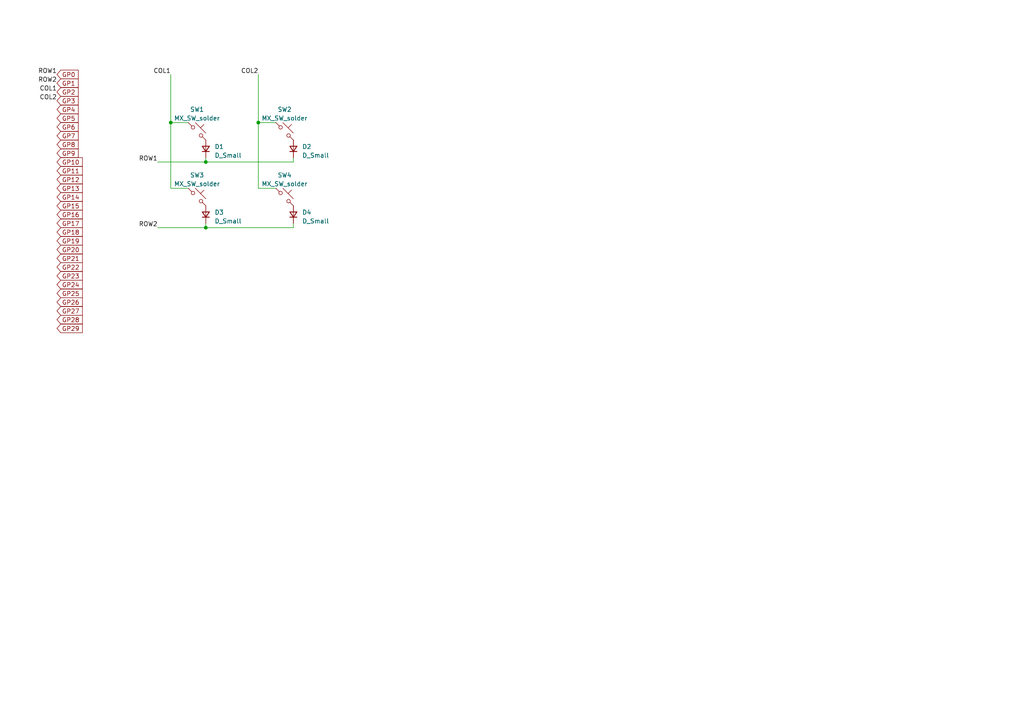
<source format=kicad_sch>
(kicad_sch (version 20230121) (generator eeschema)

  (uuid 2e3181fe-ee3c-478d-8961-58256639dc5f)

  (paper "A4")

  (lib_symbols
    (symbol "Device:D_Small" (pin_numbers hide) (pin_names (offset 0.254) hide) (in_bom yes) (on_board yes)
      (property "Reference" "D" (at -1.27 2.032 0)
        (effects (font (size 1.27 1.27)) (justify left))
      )
      (property "Value" "D_Small" (at -3.81 -2.032 0)
        (effects (font (size 1.27 1.27)) (justify left))
      )
      (property "Footprint" "" (at 0 0 90)
        (effects (font (size 1.27 1.27)) hide)
      )
      (property "Datasheet" "~" (at 0 0 90)
        (effects (font (size 1.27 1.27)) hide)
      )
      (property "Sim.Device" "D" (at 0 0 0)
        (effects (font (size 1.27 1.27)) hide)
      )
      (property "Sim.Pins" "1=K 2=A" (at 0 0 0)
        (effects (font (size 1.27 1.27)) hide)
      )
      (property "ki_keywords" "diode" (at 0 0 0)
        (effects (font (size 1.27 1.27)) hide)
      )
      (property "ki_description" "Diode, small symbol" (at 0 0 0)
        (effects (font (size 1.27 1.27)) hide)
      )
      (property "ki_fp_filters" "TO-???* *_Diode_* *SingleDiode* D_*" (at 0 0 0)
        (effects (font (size 1.27 1.27)) hide)
      )
      (symbol "D_Small_0_1"
        (polyline
          (pts
            (xy -0.762 -1.016)
            (xy -0.762 1.016)
          )
          (stroke (width 0.254) (type default))
          (fill (type none))
        )
        (polyline
          (pts
            (xy -0.762 0)
            (xy 0.762 0)
          )
          (stroke (width 0) (type default))
          (fill (type none))
        )
        (polyline
          (pts
            (xy 0.762 -1.016)
            (xy -0.762 0)
            (xy 0.762 1.016)
            (xy 0.762 -1.016)
          )
          (stroke (width 0.254) (type default))
          (fill (type none))
        )
      )
      (symbol "D_Small_1_1"
        (pin passive line (at -2.54 0 0) (length 1.778)
          (name "K" (effects (font (size 1.27 1.27))))
          (number "1" (effects (font (size 1.27 1.27))))
        )
        (pin passive line (at 2.54 0 180) (length 1.778)
          (name "A" (effects (font (size 1.27 1.27))))
          (number "2" (effects (font (size 1.27 1.27))))
        )
      )
    )
    (symbol "marbastlib-mx:MX_SW_solder" (pin_numbers hide) (pin_names (offset 1.016) hide) (in_bom yes) (on_board yes)
      (property "Reference" "SW" (at 3.048 1.016 0)
        (effects (font (size 1.27 1.27)) (justify left))
      )
      (property "Value" "MX_SW_solder" (at 0 -3.81 0)
        (effects (font (size 1.27 1.27)))
      )
      (property "Footprint" "marbastlib-mx:SW_MX_1u" (at 0 0 0)
        (effects (font (size 1.27 1.27)) hide)
      )
      (property "Datasheet" "~" (at 0 0 0)
        (effects (font (size 1.27 1.27)) hide)
      )
      (property "ki_keywords" "switch normally-open pushbutton push-button" (at 0 0 0)
        (effects (font (size 1.27 1.27)) hide)
      )
      (property "ki_description" "Push button switch, normally open, two pins, 45° tilted" (at 0 0 0)
        (effects (font (size 1.27 1.27)) hide)
      )
      (symbol "MX_SW_solder_0_1"
        (circle (center -1.1684 1.1684) (radius 0.508)
          (stroke (width 0) (type default))
          (fill (type none))
        )
        (polyline
          (pts
            (xy -0.508 2.54)
            (xy 2.54 -0.508)
          )
          (stroke (width 0) (type default))
          (fill (type none))
        )
        (polyline
          (pts
            (xy 1.016 1.016)
            (xy 2.032 2.032)
          )
          (stroke (width 0) (type default))
          (fill (type none))
        )
        (polyline
          (pts
            (xy -2.54 2.54)
            (xy -1.524 1.524)
            (xy -1.524 1.524)
          )
          (stroke (width 0) (type default))
          (fill (type none))
        )
        (polyline
          (pts
            (xy 1.524 -1.524)
            (xy 2.54 -2.54)
            (xy 2.54 -2.54)
            (xy 2.54 -2.54)
          )
          (stroke (width 0) (type default))
          (fill (type none))
        )
        (circle (center 1.143 -1.1938) (radius 0.508)
          (stroke (width 0) (type default))
          (fill (type none))
        )
        (pin passive line (at -2.54 2.54 0) (length 0)
          (name "1" (effects (font (size 1.27 1.27))))
          (number "1" (effects (font (size 1.27 1.27))))
        )
        (pin passive line (at 2.54 -2.54 180) (length 0)
          (name "2" (effects (font (size 1.27 1.27))))
          (number "2" (effects (font (size 1.27 1.27))))
        )
      )
    )
  )

  (junction (at 74.93 35.56) (diameter 0) (color 0 0 0 0)
    (uuid 51da69e4-d20c-499d-b2dc-789e0d2c557d)
  )
  (junction (at 59.69 46.99) (diameter 0) (color 0 0 0 0)
    (uuid 5cf14bf3-4fcd-49a5-80a6-10e93a73973a)
  )
  (junction (at 59.69 66.04) (diameter 0) (color 0 0 0 0)
    (uuid 98dbcf39-e7e0-4e26-9be2-ff69c7a253a1)
  )
  (junction (at 49.53 35.56) (diameter 0) (color 0 0 0 0)
    (uuid b9937d55-8bfa-4d2c-8b43-ecb5f7c38e54)
  )

  (wire (pts (xy 85.09 66.04) (xy 59.69 66.04))
    (stroke (width 0) (type default))
    (uuid 1189b812-cf93-41a3-a252-ece4cf3cd757)
  )
  (wire (pts (xy 74.93 54.61) (xy 80.01 54.61))
    (stroke (width 0) (type default))
    (uuid 1f0385b1-f14d-49a5-b83d-97a0d9442e7a)
  )
  (wire (pts (xy 49.53 35.56) (xy 54.61 35.56))
    (stroke (width 0) (type default))
    (uuid 1f975e0e-f4fb-43f4-85ce-97cfeb700fe7)
  )
  (wire (pts (xy 85.09 64.77) (xy 85.09 66.04))
    (stroke (width 0) (type default))
    (uuid 2bd4cc19-fc7c-4b87-89cf-b70feede66dd)
  )
  (wire (pts (xy 59.69 46.99) (xy 85.09 46.99))
    (stroke (width 0) (type default))
    (uuid 494f302a-e1e5-42fc-92a2-cc49ef011f80)
  )
  (wire (pts (xy 45.72 46.99) (xy 59.69 46.99))
    (stroke (width 0) (type default))
    (uuid 5512d5ca-c475-4ac3-adfb-3fe0335c76ea)
  )
  (wire (pts (xy 54.61 54.61) (xy 49.53 54.61))
    (stroke (width 0) (type default))
    (uuid 7632f00b-cbcc-4665-88aa-4713755df684)
  )
  (wire (pts (xy 49.53 54.61) (xy 49.53 35.56))
    (stroke (width 0) (type default))
    (uuid 77750262-96d1-44c2-90ee-3444dee07237)
  )
  (wire (pts (xy 74.93 35.56) (xy 74.93 54.61))
    (stroke (width 0) (type default))
    (uuid 86c71a6c-9f5f-4a36-a9d9-6fccc34efba5)
  )
  (wire (pts (xy 49.53 21.59) (xy 49.53 35.56))
    (stroke (width 0) (type default))
    (uuid 9a3b0a70-9143-45a6-8cda-a978f1e647be)
  )
  (wire (pts (xy 74.93 35.56) (xy 80.01 35.56))
    (stroke (width 0) (type default))
    (uuid 9a7d47c5-ea70-4409-ab2b-ee50385cbf9d)
  )
  (wire (pts (xy 74.93 21.59) (xy 74.93 35.56))
    (stroke (width 0) (type default))
    (uuid ace859f9-252e-4201-8d9e-4730f3e26c5b)
  )
  (wire (pts (xy 85.09 46.99) (xy 85.09 45.72))
    (stroke (width 0) (type default))
    (uuid c67243a6-bfce-4ea4-8405-fce46570bef6)
  )
  (wire (pts (xy 59.69 66.04) (xy 59.69 64.77))
    (stroke (width 0) (type default))
    (uuid cec51e4b-1433-4827-8476-1e43522aaf61)
  )
  (wire (pts (xy 45.72 66.04) (xy 59.69 66.04))
    (stroke (width 0) (type default))
    (uuid dc3d680f-f72e-4676-824c-5b79b1b4c203)
  )
  (wire (pts (xy 59.69 45.72) (xy 59.69 46.99))
    (stroke (width 0) (type default))
    (uuid e07ff8c9-9de8-43fd-a0a6-4786667f4c12)
  )

  (label "ROW2" (at 45.72 66.04 180) (fields_autoplaced)
    (effects (font (size 1.27 1.27)) (justify right bottom))
    (uuid 04f11107-dce8-4e0b-acba-57c25fa43166)
  )
  (label "COL2" (at 74.93 21.59 180) (fields_autoplaced)
    (effects (font (size 1.27 1.27)) (justify right bottom))
    (uuid 275016a7-b701-41d8-9cca-82f5ec37ce3c)
  )
  (label "ROW1" (at 45.72 46.99 180) (fields_autoplaced)
    (effects (font (size 1.27 1.27)) (justify right bottom))
    (uuid 4e971e83-466e-4ecb-848f-6a4354a5a203)
  )
  (label "COL2" (at 16.51 29.21 180) (fields_autoplaced)
    (effects (font (size 1.27 1.27)) (justify right bottom))
    (uuid 4ec37618-4dd9-43c2-ae94-a3b944517684)
  )
  (label "ROW1" (at 16.51 21.59 180) (fields_autoplaced)
    (effects (font (size 1.27 1.27)) (justify right bottom))
    (uuid 6498b413-329b-4168-b321-5b744ddd4059)
  )
  (label "COL1" (at 49.53 21.59 180) (fields_autoplaced)
    (effects (font (size 1.27 1.27)) (justify right bottom))
    (uuid 79fa8413-f3fc-42f6-b337-3290e276e258)
  )
  (label "ROW2" (at 16.51 24.13 180) (fields_autoplaced)
    (effects (font (size 1.27 1.27)) (justify right bottom))
    (uuid bb4e958d-ad54-4694-b5ed-62d81ad03281)
  )
  (label "COL1" (at 16.51 26.67 180) (fields_autoplaced)
    (effects (font (size 1.27 1.27)) (justify right bottom))
    (uuid e161a6c3-f7ca-422e-b9d5-868544566861)
  )

  (global_label "GP18" (shape input) (at 16.51 67.31 0) (fields_autoplaced)
    (effects (font (size 1.27 1.27)) (justify left))
    (uuid 0020a66f-3b72-48df-8a49-baa0c6a12621)
    (property "Intersheetrefs" "${INTERSHEET_REFS}" (at 23.0065 67.31 0)
      (effects (font (size 1.27 1.27)) (justify left) hide)
    )
  )
  (global_label "GP15" (shape input) (at 16.51 59.69 0) (fields_autoplaced)
    (effects (font (size 1.27 1.27)) (justify left))
    (uuid 0f2a3675-8914-44f3-99a2-0ad14a595aa9)
    (property "Intersheetrefs" "${INTERSHEET_REFS}" (at 23.0065 59.69 0)
      (effects (font (size 1.27 1.27)) (justify left) hide)
    )
  )
  (global_label "GP6" (shape input) (at 16.51 36.83 0) (fields_autoplaced)
    (effects (font (size 1.27 1.27)) (justify left))
    (uuid 186f7799-832e-4f1d-8118-29aaed3f5309)
    (property "Intersheetrefs" "${INTERSHEET_REFS}" (at 23.0065 36.83 0)
      (effects (font (size 1.27 1.27)) (justify left) hide)
    )
  )
  (global_label "GP13" (shape input) (at 16.51 54.61 0) (fields_autoplaced)
    (effects (font (size 1.27 1.27)) (justify left))
    (uuid 1f0cd43f-046e-4147-952b-121fa8c64227)
    (property "Intersheetrefs" "${INTERSHEET_REFS}" (at 23.0065 54.61 0)
      (effects (font (size 1.27 1.27)) (justify left) hide)
    )
  )
  (global_label "GP12" (shape input) (at 16.51 52.07 0) (fields_autoplaced)
    (effects (font (size 1.27 1.27)) (justify left))
    (uuid 20be6ae9-e19c-432a-8fc3-d3f0a5494910)
    (property "Intersheetrefs" "${INTERSHEET_REFS}" (at 23.0065 52.07 0)
      (effects (font (size 1.27 1.27)) (justify left) hide)
    )
  )
  (global_label "GP7" (shape input) (at 16.51 39.37 0) (fields_autoplaced)
    (effects (font (size 1.27 1.27)) (justify left))
    (uuid 2695f523-dd70-4f93-af59-874287761cc4)
    (property "Intersheetrefs" "${INTERSHEET_REFS}" (at 23.0065 39.37 0)
      (effects (font (size 1.27 1.27)) (justify left) hide)
    )
  )
  (global_label "GP14" (shape input) (at 16.51 57.15 0) (fields_autoplaced)
    (effects (font (size 1.27 1.27)) (justify left))
    (uuid 28927763-308f-4f1c-877e-8bbd9e9c270d)
    (property "Intersheetrefs" "${INTERSHEET_REFS}" (at 23.0065 57.15 0)
      (effects (font (size 1.27 1.27)) (justify left) hide)
    )
  )
  (global_label "GP23" (shape input) (at 16.51 80.01 0) (fields_autoplaced)
    (effects (font (size 1.27 1.27)) (justify left))
    (uuid 37dad3a8-a2e7-4711-ad88-1653bcbc113c)
    (property "Intersheetrefs" "${INTERSHEET_REFS}" (at 23.0065 80.01 0)
      (effects (font (size 1.27 1.27)) (justify left) hide)
    )
  )
  (global_label "GP11" (shape input) (at 16.51 49.53 0) (fields_autoplaced)
    (effects (font (size 1.27 1.27)) (justify left))
    (uuid 3f0eba8b-fc9c-428b-875a-2202cf04a036)
    (property "Intersheetrefs" "${INTERSHEET_REFS}" (at 23.0065 49.53 0)
      (effects (font (size 1.27 1.27)) (justify left) hide)
    )
  )
  (global_label "GP22" (shape input) (at 16.51 77.47 0) (fields_autoplaced)
    (effects (font (size 1.27 1.27)) (justify left))
    (uuid 48158db9-327f-4236-b1a9-89adc6d80a00)
    (property "Intersheetrefs" "${INTERSHEET_REFS}" (at 23.0065 77.47 0)
      (effects (font (size 1.27 1.27)) (justify left) hide)
    )
  )
  (global_label "GP29" (shape input) (at 16.51 95.25 0) (fields_autoplaced)
    (effects (font (size 1.27 1.27)) (justify left))
    (uuid 68544c00-8e95-4130-8444-1ef20efe2d3a)
    (property "Intersheetrefs" "${INTERSHEET_REFS}" (at 23.0065 95.25 0)
      (effects (font (size 1.27 1.27)) (justify left) hide)
    )
  )
  (global_label "GP3" (shape input) (at 16.51 29.21 0) (fields_autoplaced)
    (effects (font (size 1.27 1.27)) (justify left))
    (uuid 6a1deff1-12a0-4f7d-97a1-17922279d061)
    (property "Intersheetrefs" "${INTERSHEET_REFS}" (at 23.0065 29.21 0)
      (effects (font (size 1.27 1.27)) (justify left) hide)
    )
  )
  (global_label "GP26" (shape input) (at 16.51 87.63 0) (fields_autoplaced)
    (effects (font (size 1.27 1.27)) (justify left))
    (uuid 8faf8955-da00-4e7a-9b76-dc8bb1a1e355)
    (property "Intersheetrefs" "${INTERSHEET_REFS}" (at 23.0065 87.63 0)
      (effects (font (size 1.27 1.27)) (justify left) hide)
    )
  )
  (global_label "GP16" (shape input) (at 16.51 62.23 0) (fields_autoplaced)
    (effects (font (size 1.27 1.27)) (justify left))
    (uuid 914101c6-b447-4064-9dbf-593652ff6005)
    (property "Intersheetrefs" "${INTERSHEET_REFS}" (at 23.0065 62.23 0)
      (effects (font (size 1.27 1.27)) (justify left) hide)
    )
  )
  (global_label "GP20" (shape input) (at 16.51 72.39 0) (fields_autoplaced)
    (effects (font (size 1.27 1.27)) (justify left))
    (uuid 91e67732-44c5-4141-89f1-22da6693c893)
    (property "Intersheetrefs" "${INTERSHEET_REFS}" (at 23.0065 72.39 0)
      (effects (font (size 1.27 1.27)) (justify left) hide)
    )
  )
  (global_label "GP28" (shape input) (at 16.51 92.71 0) (fields_autoplaced)
    (effects (font (size 1.27 1.27)) (justify left))
    (uuid 9fc173cf-9b2f-43c3-a37c-8e9890bd19f1)
    (property "Intersheetrefs" "${INTERSHEET_REFS}" (at 23.0065 92.71 0)
      (effects (font (size 1.27 1.27)) (justify left) hide)
    )
  )
  (global_label "GP21" (shape input) (at 16.51 74.93 0) (fields_autoplaced)
    (effects (font (size 1.27 1.27)) (justify left))
    (uuid a734a2bb-6461-4e21-945d-904bf6432150)
    (property "Intersheetrefs" "${INTERSHEET_REFS}" (at 23.0065 74.93 0)
      (effects (font (size 1.27 1.27)) (justify left) hide)
    )
  )
  (global_label "GP1" (shape input) (at 16.51 24.13 0) (fields_autoplaced)
    (effects (font (size 1.27 1.27)) (justify left))
    (uuid b337d75e-ae24-4842-a7c1-9bbfc1c81e5f)
    (property "Intersheetrefs" "${INTERSHEET_REFS}" (at 23.0065 24.13 0)
      (effects (font (size 1.27 1.27)) (justify left) hide)
    )
  )
  (global_label "GP2" (shape input) (at 16.51 26.67 0) (fields_autoplaced)
    (effects (font (size 1.27 1.27)) (justify left))
    (uuid c16dd5ff-cb7f-436f-a79c-d28bc92ca204)
    (property "Intersheetrefs" "${INTERSHEET_REFS}" (at 23.0065 26.67 0)
      (effects (font (size 1.27 1.27)) (justify left) hide)
    )
  )
  (global_label "GP24" (shape input) (at 16.51 82.55 0) (fields_autoplaced)
    (effects (font (size 1.27 1.27)) (justify left))
    (uuid c7e98aa8-6dd6-4565-9ac5-f5a0ee6d85b2)
    (property "Intersheetrefs" "${INTERSHEET_REFS}" (at 23.0065 82.55 0)
      (effects (font (size 1.27 1.27)) (justify left) hide)
    )
  )
  (global_label "GP17" (shape input) (at 16.51 64.77 0) (fields_autoplaced)
    (effects (font (size 1.27 1.27)) (justify left))
    (uuid cb575e60-4660-4bcb-b4ae-8c146dee6843)
    (property "Intersheetrefs" "${INTERSHEET_REFS}" (at 23.0065 64.77 0)
      (effects (font (size 1.27 1.27)) (justify left) hide)
    )
  )
  (global_label "GP5" (shape input) (at 16.51 34.29 0) (fields_autoplaced)
    (effects (font (size 1.27 1.27)) (justify left))
    (uuid cc060261-b1ce-4f8e-9ca3-835be59b34e5)
    (property "Intersheetrefs" "${INTERSHEET_REFS}" (at 23.0065 34.29 0)
      (effects (font (size 1.27 1.27)) (justify left) hide)
    )
  )
  (global_label "GP8" (shape input) (at 16.51 41.91 0) (fields_autoplaced)
    (effects (font (size 1.27 1.27)) (justify left))
    (uuid d0ebf64b-eb12-4043-a792-a06ef6ac6613)
    (property "Intersheetrefs" "${INTERSHEET_REFS}" (at 23.0065 41.91 0)
      (effects (font (size 1.27 1.27)) (justify left) hide)
    )
  )
  (global_label "GP25" (shape input) (at 16.51 85.09 0) (fields_autoplaced)
    (effects (font (size 1.27 1.27)) (justify left))
    (uuid d1675baa-f25e-4379-9248-742aed7dff2e)
    (property "Intersheetrefs" "${INTERSHEET_REFS}" (at 23.0065 85.09 0)
      (effects (font (size 1.27 1.27)) (justify left) hide)
    )
  )
  (global_label "GP4" (shape input) (at 16.51 31.75 0) (fields_autoplaced)
    (effects (font (size 1.27 1.27)) (justify left))
    (uuid d5ae2010-3f66-487d-8660-eb3f1ccc1a5b)
    (property "Intersheetrefs" "${INTERSHEET_REFS}" (at 23.0065 31.75 0)
      (effects (font (size 1.27 1.27)) (justify left) hide)
    )
  )
  (global_label "GP0" (shape input) (at 16.51 21.59 0) (fields_autoplaced)
    (effects (font (size 1.27 1.27)) (justify left))
    (uuid d9ee98d1-6af5-451a-a365-aed17a7bf628)
    (property "Intersheetrefs" "${INTERSHEET_REFS}" (at 23.0065 21.59 0)
      (effects (font (size 1.27 1.27)) (justify left) hide)
    )
  )
  (global_label "GP9" (shape input) (at 16.51 44.45 0) (fields_autoplaced)
    (effects (font (size 1.27 1.27)) (justify left))
    (uuid db6c5f26-355f-4a32-8fb4-dac83c27207b)
    (property "Intersheetrefs" "${INTERSHEET_REFS}" (at 23.0065 44.45 0)
      (effects (font (size 1.27 1.27)) (justify left) hide)
    )
  )
  (global_label "GP10" (shape input) (at 16.51 46.99 0) (fields_autoplaced)
    (effects (font (size 1.27 1.27)) (justify left))
    (uuid dc070969-531b-4020-a529-03153e615dad)
    (property "Intersheetrefs" "${INTERSHEET_REFS}" (at 23.0065 46.99 0)
      (effects (font (size 1.27 1.27)) (justify left) hide)
    )
  )
  (global_label "GP27" (shape input) (at 16.51 90.17 0) (fields_autoplaced)
    (effects (font (size 1.27 1.27)) (justify left))
    (uuid e5894c0b-bc0c-41d4-917e-bd429dc4f0ab)
    (property "Intersheetrefs" "${INTERSHEET_REFS}" (at 23.0065 90.17 0)
      (effects (font (size 1.27 1.27)) (justify left) hide)
    )
  )
  (global_label "GP19" (shape input) (at 16.51 69.85 0) (fields_autoplaced)
    (effects (font (size 1.27 1.27)) (justify left))
    (uuid f89e8bc9-0b38-45af-8220-b53af8011386)
    (property "Intersheetrefs" "${INTERSHEET_REFS}" (at 23.0065 69.85 0)
      (effects (font (size 1.27 1.27)) (justify left) hide)
    )
  )

  (symbol (lib_id "Device:D_Small") (at 85.09 43.18 90) (unit 1)
    (in_bom yes) (on_board yes) (dnp no) (fields_autoplaced)
    (uuid 055aae8c-1178-4ba6-bae2-eefd336e45b1)
    (property "Reference" "D2" (at 87.63 42.545 90)
      (effects (font (size 1.27 1.27)) (justify right))
    )
    (property "Value" "D_Small" (at 87.63 45.085 90)
      (effects (font (size 1.27 1.27)) (justify right))
    )
    (property "Footprint" "" (at 85.09 43.18 90)
      (effects (font (size 1.27 1.27)) hide)
    )
    (property "Datasheet" "~" (at 85.09 43.18 90)
      (effects (font (size 1.27 1.27)) hide)
    )
    (property "Sim.Device" "D" (at 85.09 43.18 0)
      (effects (font (size 1.27 1.27)) hide)
    )
    (property "Sim.Pins" "1=K 2=A" (at 85.09 43.18 0)
      (effects (font (size 1.27 1.27)) hide)
    )
    (pin "1" (uuid 31af2b1b-6272-484e-818b-3d02386821b3))
    (pin "2" (uuid e918f46a-a6ec-4c09-859f-a9e982a078d2))
    (instances
      (project "PCB"
        (path "/dea5f69c-d02e-47df-8e1a-a63949fabb21/0cbd56a0-84b2-4041-9681-83c3815281ca"
          (reference "D2") (unit 1)
        )
      )
    )
  )

  (symbol (lib_id "marbastlib-mx:MX_SW_solder") (at 57.15 38.1 0) (unit 1)
    (in_bom yes) (on_board yes) (dnp no) (fields_autoplaced)
    (uuid 18459dca-f145-4f4d-b2c4-56733d39c900)
    (property "Reference" "SW1" (at 57.15 31.75 0)
      (effects (font (size 1.27 1.27)))
    )
    (property "Value" "MX_SW_solder" (at 57.15 34.29 0)
      (effects (font (size 1.27 1.27)))
    )
    (property "Footprint" "marbastlib-mx:SW_MX_1u" (at 57.15 38.1 0)
      (effects (font (size 1.27 1.27)) hide)
    )
    (property "Datasheet" "~" (at 57.15 38.1 0)
      (effects (font (size 1.27 1.27)) hide)
    )
    (pin "1" (uuid 6dc47c0d-bf31-452c-9262-9515224d3adc))
    (pin "2" (uuid 27f4c5c1-cd65-418d-9ce4-5b25d19c5b73))
    (instances
      (project "PCB"
        (path "/dea5f69c-d02e-47df-8e1a-a63949fabb21/0cbd56a0-84b2-4041-9681-83c3815281ca"
          (reference "SW1") (unit 1)
        )
      )
    )
  )

  (symbol (lib_id "marbastlib-mx:MX_SW_solder") (at 57.15 57.15 0) (unit 1)
    (in_bom yes) (on_board yes) (dnp no) (fields_autoplaced)
    (uuid 36d537fd-c955-42d8-86e7-39c69d2f0bfb)
    (property "Reference" "SW3" (at 57.15 50.8 0)
      (effects (font (size 1.27 1.27)))
    )
    (property "Value" "MX_SW_solder" (at 57.15 53.34 0)
      (effects (font (size 1.27 1.27)))
    )
    (property "Footprint" "marbastlib-mx:SW_MX_1u" (at 57.15 57.15 0)
      (effects (font (size 1.27 1.27)) hide)
    )
    (property "Datasheet" "~" (at 57.15 57.15 0)
      (effects (font (size 1.27 1.27)) hide)
    )
    (pin "1" (uuid eb345cfa-eb89-40e5-a07a-29baabbc1ef2))
    (pin "2" (uuid 4b1a45ed-d510-4556-82bc-4d7b34c8f462))
    (instances
      (project "PCB"
        (path "/dea5f69c-d02e-47df-8e1a-a63949fabb21/0cbd56a0-84b2-4041-9681-83c3815281ca"
          (reference "SW3") (unit 1)
        )
      )
    )
  )

  (symbol (lib_id "Device:D_Small") (at 59.69 62.23 90) (unit 1)
    (in_bom yes) (on_board yes) (dnp no) (fields_autoplaced)
    (uuid 41b34637-a081-48d9-aef2-360b2f1a81ad)
    (property "Reference" "D3" (at 62.23 61.595 90)
      (effects (font (size 1.27 1.27)) (justify right))
    )
    (property "Value" "D_Small" (at 62.23 64.135 90)
      (effects (font (size 1.27 1.27)) (justify right))
    )
    (property "Footprint" "" (at 59.69 62.23 90)
      (effects (font (size 1.27 1.27)) hide)
    )
    (property "Datasheet" "~" (at 59.69 62.23 90)
      (effects (font (size 1.27 1.27)) hide)
    )
    (property "Sim.Device" "D" (at 59.69 62.23 0)
      (effects (font (size 1.27 1.27)) hide)
    )
    (property "Sim.Pins" "1=K 2=A" (at 59.69 62.23 0)
      (effects (font (size 1.27 1.27)) hide)
    )
    (pin "1" (uuid c7e0ed98-9773-433f-933f-92a89ac03a79))
    (pin "2" (uuid aac8a302-deff-4e52-92bc-fed63922d563))
    (instances
      (project "PCB"
        (path "/dea5f69c-d02e-47df-8e1a-a63949fabb21/0cbd56a0-84b2-4041-9681-83c3815281ca"
          (reference "D3") (unit 1)
        )
      )
    )
  )

  (symbol (lib_id "marbastlib-mx:MX_SW_solder") (at 82.55 57.15 0) (unit 1)
    (in_bom yes) (on_board yes) (dnp no) (fields_autoplaced)
    (uuid 5bc5cf7f-1579-4c90-b6e8-8514a9c3c856)
    (property "Reference" "SW4" (at 82.55 50.8 0)
      (effects (font (size 1.27 1.27)))
    )
    (property "Value" "MX_SW_solder" (at 82.55 53.34 0)
      (effects (font (size 1.27 1.27)))
    )
    (property "Footprint" "marbastlib-mx:SW_MX_1u" (at 82.55 57.15 0)
      (effects (font (size 1.27 1.27)) hide)
    )
    (property "Datasheet" "~" (at 82.55 57.15 0)
      (effects (font (size 1.27 1.27)) hide)
    )
    (pin "1" (uuid 4560e191-d86d-4889-a37d-0891db23e403))
    (pin "2" (uuid ca20fea2-3d57-407b-b70e-d6188a3f29f9))
    (instances
      (project "PCB"
        (path "/dea5f69c-d02e-47df-8e1a-a63949fabb21/0cbd56a0-84b2-4041-9681-83c3815281ca"
          (reference "SW4") (unit 1)
        )
      )
    )
  )

  (symbol (lib_id "Device:D_Small") (at 59.69 43.18 90) (unit 1)
    (in_bom yes) (on_board yes) (dnp no) (fields_autoplaced)
    (uuid 69c97f35-7fa8-46d6-a8ec-2371a49929df)
    (property "Reference" "D1" (at 62.23 42.545 90)
      (effects (font (size 1.27 1.27)) (justify right))
    )
    (property "Value" "D_Small" (at 62.23 45.085 90)
      (effects (font (size 1.27 1.27)) (justify right))
    )
    (property "Footprint" "" (at 59.69 43.18 90)
      (effects (font (size 1.27 1.27)) hide)
    )
    (property "Datasheet" "~" (at 59.69 43.18 90)
      (effects (font (size 1.27 1.27)) hide)
    )
    (property "Sim.Device" "D" (at 59.69 43.18 0)
      (effects (font (size 1.27 1.27)) hide)
    )
    (property "Sim.Pins" "1=K 2=A" (at 59.69 43.18 0)
      (effects (font (size 1.27 1.27)) hide)
    )
    (pin "1" (uuid d1e18bbf-fb5f-4a08-a510-352986c36f4b))
    (pin "2" (uuid bbc6ce68-d9b3-491e-a6ed-c184f00842fa))
    (instances
      (project "PCB"
        (path "/dea5f69c-d02e-47df-8e1a-a63949fabb21/0cbd56a0-84b2-4041-9681-83c3815281ca"
          (reference "D1") (unit 1)
        )
      )
    )
  )

  (symbol (lib_id "marbastlib-mx:MX_SW_solder") (at 82.55 38.1 0) (unit 1)
    (in_bom yes) (on_board yes) (dnp no) (fields_autoplaced)
    (uuid 942e7398-1520-459e-924a-e6659262fe65)
    (property "Reference" "SW2" (at 82.55 31.75 0)
      (effects (font (size 1.27 1.27)))
    )
    (property "Value" "MX_SW_solder" (at 82.55 34.29 0)
      (effects (font (size 1.27 1.27)))
    )
    (property "Footprint" "marbastlib-mx:SW_MX_1u" (at 82.55 38.1 0)
      (effects (font (size 1.27 1.27)) hide)
    )
    (property "Datasheet" "~" (at 82.55 38.1 0)
      (effects (font (size 1.27 1.27)) hide)
    )
    (pin "1" (uuid adb8358c-9eb5-4956-8020-adedb28b2832))
    (pin "2" (uuid dde22ed1-e053-43c5-a616-d40e14c6cd53))
    (instances
      (project "PCB"
        (path "/dea5f69c-d02e-47df-8e1a-a63949fabb21/0cbd56a0-84b2-4041-9681-83c3815281ca"
          (reference "SW2") (unit 1)
        )
      )
    )
  )

  (symbol (lib_id "Device:D_Small") (at 85.09 62.23 90) (unit 1)
    (in_bom yes) (on_board yes) (dnp no) (fields_autoplaced)
    (uuid baad36b8-0144-44b7-9139-f64bdc8f1fbd)
    (property "Reference" "D4" (at 87.63 61.595 90)
      (effects (font (size 1.27 1.27)) (justify right))
    )
    (property "Value" "D_Small" (at 87.63 64.135 90)
      (effects (font (size 1.27 1.27)) (justify right))
    )
    (property "Footprint" "" (at 85.09 62.23 90)
      (effects (font (size 1.27 1.27)) hide)
    )
    (property "Datasheet" "~" (at 85.09 62.23 90)
      (effects (font (size 1.27 1.27)) hide)
    )
    (property "Sim.Device" "D" (at 85.09 62.23 0)
      (effects (font (size 1.27 1.27)) hide)
    )
    (property "Sim.Pins" "1=K 2=A" (at 85.09 62.23 0)
      (effects (font (size 1.27 1.27)) hide)
    )
    (pin "1" (uuid 728169f4-5a6c-4019-80e7-a96b985276c3))
    (pin "2" (uuid 129b5d7d-5a25-4a80-bc13-eef3dc291613))
    (instances
      (project "PCB"
        (path "/dea5f69c-d02e-47df-8e1a-a63949fabb21/0cbd56a0-84b2-4041-9681-83c3815281ca"
          (reference "D4") (unit 1)
        )
      )
    )
  )
)

</source>
